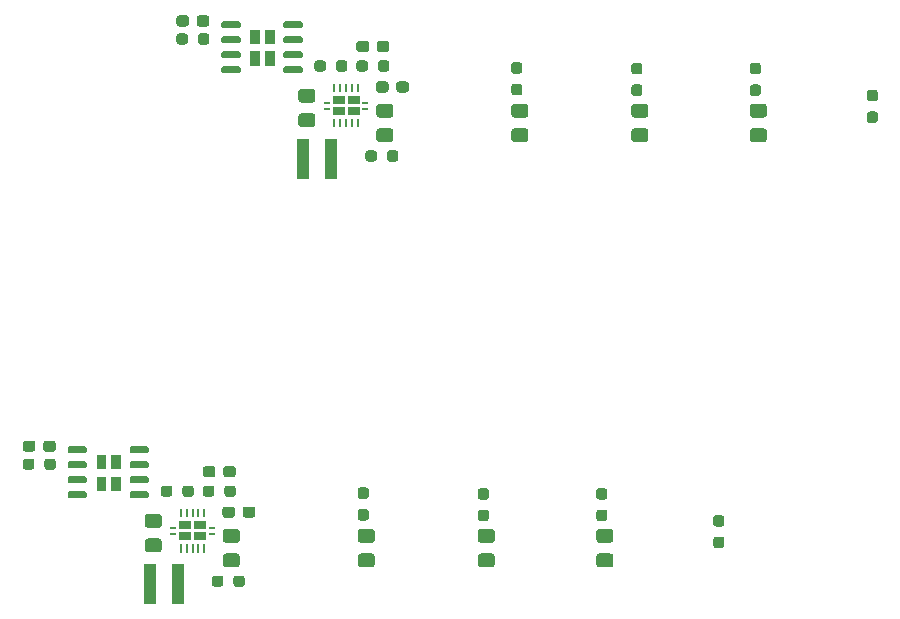
<source format=gbr>
%TF.GenerationSoftware,KiCad,Pcbnew,(5.1.7)-1*%
%TF.CreationDate,2020-12-15T13:18:25+01:00*%
%TF.ProjectId,panel_my_little_poly_v01,70616e65-6c5f-46d7-995f-6c6974746c65,rev?*%
%TF.SameCoordinates,Original*%
%TF.FileFunction,Paste,Top*%
%TF.FilePolarity,Positive*%
%FSLAX46Y46*%
G04 Gerber Fmt 4.6, Leading zero omitted, Abs format (unit mm)*
G04 Created by KiCad (PCBNEW (5.1.7)-1) date 2020-12-15 13:18:25*
%MOMM*%
%LPD*%
G01*
G04 APERTURE LIST*
%ADD10C,0.100000*%
%ADD11R,0.980000X3.400000*%
%ADD12O,0.230000X0.800000*%
%ADD13R,0.230000X0.230000*%
%ADD14R,1.050000X0.680000*%
%ADD15R,0.500000X0.260000*%
G04 APERTURE END LIST*
D10*
%TO.C,U102*%
G36*
X61462000Y-28978500D02*
G01*
X62212000Y-28978500D01*
X62212000Y-30128500D01*
X61462000Y-30128500D01*
X61462000Y-28978500D01*
G37*
X61462000Y-28978500D02*
X62212000Y-28978500D01*
X62212000Y-30128500D01*
X61462000Y-30128500D01*
X61462000Y-28978500D01*
G36*
X61462000Y-27128500D02*
G01*
X62212000Y-27128500D01*
X62212000Y-28278500D01*
X61462000Y-28278500D01*
X61462000Y-27128500D01*
G37*
X61462000Y-27128500D02*
X62212000Y-27128500D01*
X62212000Y-28278500D01*
X61462000Y-28278500D01*
X61462000Y-27128500D01*
G36*
X60212000Y-27128500D02*
G01*
X60962000Y-27128500D01*
X60962000Y-28278500D01*
X60212000Y-28278500D01*
X60212000Y-27128500D01*
G37*
X60212000Y-27128500D02*
X60962000Y-27128500D01*
X60962000Y-28278500D01*
X60212000Y-28278500D01*
X60212000Y-27128500D01*
G36*
X60212000Y-28978500D02*
G01*
X60962000Y-28978500D01*
X60962000Y-30128500D01*
X60212000Y-30128500D01*
X60212000Y-28978500D01*
G37*
X60212000Y-28978500D02*
X60962000Y-28978500D01*
X60962000Y-30128500D01*
X60212000Y-30128500D01*
X60212000Y-28978500D01*
G36*
X48462000Y-64978500D02*
G01*
X49212000Y-64978500D01*
X49212000Y-66128500D01*
X48462000Y-66128500D01*
X48462000Y-64978500D01*
G37*
X48462000Y-64978500D02*
X49212000Y-64978500D01*
X49212000Y-66128500D01*
X48462000Y-66128500D01*
X48462000Y-64978500D01*
G36*
X48462000Y-63128500D02*
G01*
X49212000Y-63128500D01*
X49212000Y-64278500D01*
X48462000Y-64278500D01*
X48462000Y-63128500D01*
G37*
X48462000Y-63128500D02*
X49212000Y-63128500D01*
X49212000Y-64278500D01*
X48462000Y-64278500D01*
X48462000Y-63128500D01*
G36*
X47212000Y-63128500D02*
G01*
X47962000Y-63128500D01*
X47962000Y-64278500D01*
X47212000Y-64278500D01*
X47212000Y-63128500D01*
G37*
X47212000Y-63128500D02*
X47962000Y-63128500D01*
X47962000Y-64278500D01*
X47212000Y-64278500D01*
X47212000Y-63128500D01*
G36*
X47212000Y-64978500D02*
G01*
X47962000Y-64978500D01*
X47962000Y-66128500D01*
X47212000Y-66128500D01*
X47212000Y-64978500D01*
G37*
X47212000Y-64978500D02*
X47962000Y-64978500D01*
X47962000Y-66128500D01*
X47212000Y-66128500D01*
X47212000Y-64978500D01*
%TD*%
%TO.C,R108*%
G36*
G01*
X113138500Y-35045000D02*
X112663500Y-35045000D01*
G75*
G02*
X112426000Y-34807500I0J237500D01*
G01*
X112426000Y-34307500D01*
G75*
G02*
X112663500Y-34070000I237500J0D01*
G01*
X113138500Y-34070000D01*
G75*
G02*
X113376000Y-34307500I0J-237500D01*
G01*
X113376000Y-34807500D01*
G75*
G02*
X113138500Y-35045000I-237500J0D01*
G01*
G37*
G36*
G01*
X113138500Y-33220000D02*
X112663500Y-33220000D01*
G75*
G02*
X112426000Y-32982500I0J237500D01*
G01*
X112426000Y-32482500D01*
G75*
G02*
X112663500Y-32245000I237500J0D01*
G01*
X113138500Y-32245000D01*
G75*
G02*
X113376000Y-32482500I0J-237500D01*
G01*
X113376000Y-32982500D01*
G75*
G02*
X113138500Y-33220000I-237500J0D01*
G01*
G37*
%TD*%
%TO.C,R107*%
G36*
G01*
X103232500Y-32759000D02*
X102757500Y-32759000D01*
G75*
G02*
X102520000Y-32521500I0J237500D01*
G01*
X102520000Y-32021500D01*
G75*
G02*
X102757500Y-31784000I237500J0D01*
G01*
X103232500Y-31784000D01*
G75*
G02*
X103470000Y-32021500I0J-237500D01*
G01*
X103470000Y-32521500D01*
G75*
G02*
X103232500Y-32759000I-237500J0D01*
G01*
G37*
G36*
G01*
X103232500Y-30934000D02*
X102757500Y-30934000D01*
G75*
G02*
X102520000Y-30696500I0J237500D01*
G01*
X102520000Y-30196500D01*
G75*
G02*
X102757500Y-29959000I237500J0D01*
G01*
X103232500Y-29959000D01*
G75*
G02*
X103470000Y-30196500I0J-237500D01*
G01*
X103470000Y-30696500D01*
G75*
G02*
X103232500Y-30934000I-237500J0D01*
G01*
G37*
%TD*%
%TO.C,R106*%
G36*
G01*
X93199500Y-32759000D02*
X92724500Y-32759000D01*
G75*
G02*
X92487000Y-32521500I0J237500D01*
G01*
X92487000Y-32021500D01*
G75*
G02*
X92724500Y-31784000I237500J0D01*
G01*
X93199500Y-31784000D01*
G75*
G02*
X93437000Y-32021500I0J-237500D01*
G01*
X93437000Y-32521500D01*
G75*
G02*
X93199500Y-32759000I-237500J0D01*
G01*
G37*
G36*
G01*
X93199500Y-30934000D02*
X92724500Y-30934000D01*
G75*
G02*
X92487000Y-30696500I0J237500D01*
G01*
X92487000Y-30196500D01*
G75*
G02*
X92724500Y-29959000I237500J0D01*
G01*
X93199500Y-29959000D01*
G75*
G02*
X93437000Y-30196500I0J-237500D01*
G01*
X93437000Y-30696500D01*
G75*
G02*
X93199500Y-30934000I-237500J0D01*
G01*
G37*
%TD*%
%TO.C,R105*%
G36*
G01*
X83037500Y-32700000D02*
X82562500Y-32700000D01*
G75*
G02*
X82325000Y-32462500I0J237500D01*
G01*
X82325000Y-31962500D01*
G75*
G02*
X82562500Y-31725000I237500J0D01*
G01*
X83037500Y-31725000D01*
G75*
G02*
X83275000Y-31962500I0J-237500D01*
G01*
X83275000Y-32462500D01*
G75*
G02*
X83037500Y-32700000I-237500J0D01*
G01*
G37*
G36*
G01*
X83037500Y-30875000D02*
X82562500Y-30875000D01*
G75*
G02*
X82325000Y-30637500I0J237500D01*
G01*
X82325000Y-30137500D01*
G75*
G02*
X82562500Y-29900000I237500J0D01*
G01*
X83037500Y-29900000D01*
G75*
G02*
X83275000Y-30137500I0J-237500D01*
G01*
X83275000Y-30637500D01*
G75*
G02*
X83037500Y-30875000I-237500J0D01*
G01*
G37*
%TD*%
%TO.C,U102*%
G36*
G01*
X59412000Y-30383500D02*
X59412000Y-30683500D01*
G75*
G02*
X59262000Y-30833500I-150000J0D01*
G01*
X57912000Y-30833500D01*
G75*
G02*
X57762000Y-30683500I0J150000D01*
G01*
X57762000Y-30383500D01*
G75*
G02*
X57912000Y-30233500I150000J0D01*
G01*
X59262000Y-30233500D01*
G75*
G02*
X59412000Y-30383500I0J-150000D01*
G01*
G37*
G36*
G01*
X59412000Y-29113500D02*
X59412000Y-29413500D01*
G75*
G02*
X59262000Y-29563500I-150000J0D01*
G01*
X57912000Y-29563500D01*
G75*
G02*
X57762000Y-29413500I0J150000D01*
G01*
X57762000Y-29113500D01*
G75*
G02*
X57912000Y-28963500I150000J0D01*
G01*
X59262000Y-28963500D01*
G75*
G02*
X59412000Y-29113500I0J-150000D01*
G01*
G37*
G36*
G01*
X59412000Y-27843500D02*
X59412000Y-28143500D01*
G75*
G02*
X59262000Y-28293500I-150000J0D01*
G01*
X57912000Y-28293500D01*
G75*
G02*
X57762000Y-28143500I0J150000D01*
G01*
X57762000Y-27843500D01*
G75*
G02*
X57912000Y-27693500I150000J0D01*
G01*
X59262000Y-27693500D01*
G75*
G02*
X59412000Y-27843500I0J-150000D01*
G01*
G37*
G36*
G01*
X59412000Y-26573500D02*
X59412000Y-26873500D01*
G75*
G02*
X59262000Y-27023500I-150000J0D01*
G01*
X57912000Y-27023500D01*
G75*
G02*
X57762000Y-26873500I0J150000D01*
G01*
X57762000Y-26573500D01*
G75*
G02*
X57912000Y-26423500I150000J0D01*
G01*
X59262000Y-26423500D01*
G75*
G02*
X59412000Y-26573500I0J-150000D01*
G01*
G37*
G36*
G01*
X64662000Y-26573500D02*
X64662000Y-26873500D01*
G75*
G02*
X64512000Y-27023500I-150000J0D01*
G01*
X63162000Y-27023500D01*
G75*
G02*
X63012000Y-26873500I0J150000D01*
G01*
X63012000Y-26573500D01*
G75*
G02*
X63162000Y-26423500I150000J0D01*
G01*
X64512000Y-26423500D01*
G75*
G02*
X64662000Y-26573500I0J-150000D01*
G01*
G37*
G36*
G01*
X64662000Y-27843500D02*
X64662000Y-28143500D01*
G75*
G02*
X64512000Y-28293500I-150000J0D01*
G01*
X63162000Y-28293500D01*
G75*
G02*
X63012000Y-28143500I0J150000D01*
G01*
X63012000Y-27843500D01*
G75*
G02*
X63162000Y-27693500I150000J0D01*
G01*
X64512000Y-27693500D01*
G75*
G02*
X64662000Y-27843500I0J-150000D01*
G01*
G37*
G36*
G01*
X64662000Y-29113500D02*
X64662000Y-29413500D01*
G75*
G02*
X64512000Y-29563500I-150000J0D01*
G01*
X63162000Y-29563500D01*
G75*
G02*
X63012000Y-29413500I0J150000D01*
G01*
X63012000Y-29113500D01*
G75*
G02*
X63162000Y-28963500I150000J0D01*
G01*
X64512000Y-28963500D01*
G75*
G02*
X64662000Y-29113500I0J-150000D01*
G01*
G37*
G36*
G01*
X64662000Y-30383500D02*
X64662000Y-30683500D01*
G75*
G02*
X64512000Y-30833500I-150000J0D01*
G01*
X63162000Y-30833500D01*
G75*
G02*
X63012000Y-30683500I0J150000D01*
G01*
X63012000Y-30383500D01*
G75*
G02*
X63162000Y-30233500I150000J0D01*
G01*
X64512000Y-30233500D01*
G75*
G02*
X64662000Y-30383500I0J-150000D01*
G01*
G37*
%TD*%
%TO.C,R104*%
G36*
G01*
X54945000Y-27692500D02*
X54945000Y-28167500D01*
G75*
G02*
X54707500Y-28405000I-237500J0D01*
G01*
X54207500Y-28405000D01*
G75*
G02*
X53970000Y-28167500I0J237500D01*
G01*
X53970000Y-27692500D01*
G75*
G02*
X54207500Y-27455000I237500J0D01*
G01*
X54707500Y-27455000D01*
G75*
G02*
X54945000Y-27692500I0J-237500D01*
G01*
G37*
G36*
G01*
X56770000Y-27692500D02*
X56770000Y-28167500D01*
G75*
G02*
X56532500Y-28405000I-237500J0D01*
G01*
X56032500Y-28405000D01*
G75*
G02*
X55795000Y-28167500I0J237500D01*
G01*
X55795000Y-27692500D01*
G75*
G02*
X56032500Y-27455000I237500J0D01*
G01*
X56532500Y-27455000D01*
G75*
G02*
X56770000Y-27692500I0J-237500D01*
G01*
G37*
%TD*%
%TO.C,C108*%
G36*
G01*
X55695000Y-26643500D02*
X55695000Y-26168500D01*
G75*
G02*
X55932500Y-25931000I237500J0D01*
G01*
X56532500Y-25931000D01*
G75*
G02*
X56770000Y-26168500I0J-237500D01*
G01*
X56770000Y-26643500D01*
G75*
G02*
X56532500Y-26881000I-237500J0D01*
G01*
X55932500Y-26881000D01*
G75*
G02*
X55695000Y-26643500I0J237500D01*
G01*
G37*
G36*
G01*
X53970000Y-26643500D02*
X53970000Y-26168500D01*
G75*
G02*
X54207500Y-25931000I237500J0D01*
G01*
X54807500Y-25931000D01*
G75*
G02*
X55045000Y-26168500I0J-237500D01*
G01*
X55045000Y-26643500D01*
G75*
G02*
X54807500Y-26881000I-237500J0D01*
G01*
X54207500Y-26881000D01*
G75*
G02*
X53970000Y-26643500I0J237500D01*
G01*
G37*
%TD*%
%TO.C,C107*%
G36*
G01*
X103724000Y-36667000D02*
X102774000Y-36667000D01*
G75*
G02*
X102524000Y-36417000I0J250000D01*
G01*
X102524000Y-35742000D01*
G75*
G02*
X102774000Y-35492000I250000J0D01*
G01*
X103724000Y-35492000D01*
G75*
G02*
X103974000Y-35742000I0J-250000D01*
G01*
X103974000Y-36417000D01*
G75*
G02*
X103724000Y-36667000I-250000J0D01*
G01*
G37*
G36*
G01*
X103724000Y-34592000D02*
X102774000Y-34592000D01*
G75*
G02*
X102524000Y-34342000I0J250000D01*
G01*
X102524000Y-33667000D01*
G75*
G02*
X102774000Y-33417000I250000J0D01*
G01*
X103724000Y-33417000D01*
G75*
G02*
X103974000Y-33667000I0J-250000D01*
G01*
X103974000Y-34342000D01*
G75*
G02*
X103724000Y-34592000I-250000J0D01*
G01*
G37*
%TD*%
%TO.C,C106*%
G36*
G01*
X72010000Y-28327500D02*
X72010000Y-28802500D01*
G75*
G02*
X71772500Y-29040000I-237500J0D01*
G01*
X71172500Y-29040000D01*
G75*
G02*
X70935000Y-28802500I0J237500D01*
G01*
X70935000Y-28327500D01*
G75*
G02*
X71172500Y-28090000I237500J0D01*
G01*
X71772500Y-28090000D01*
G75*
G02*
X72010000Y-28327500I0J-237500D01*
G01*
G37*
G36*
G01*
X70285000Y-28327500D02*
X70285000Y-28802500D01*
G75*
G02*
X70047500Y-29040000I-237500J0D01*
G01*
X69447500Y-29040000D01*
G75*
G02*
X69210000Y-28802500I0J237500D01*
G01*
X69210000Y-28327500D01*
G75*
G02*
X69447500Y-28090000I237500J0D01*
G01*
X70047500Y-28090000D01*
G75*
G02*
X70285000Y-28327500I0J-237500D01*
G01*
G37*
%TD*%
D11*
%TO.C,L101*%
X64726000Y-38090000D03*
X67096000Y-38090000D03*
%TD*%
D12*
%TO.C,U101*%
X67340000Y-35042000D03*
X67840000Y-35042000D03*
D13*
X68340000Y-35327000D03*
D12*
X68840000Y-35042000D03*
D13*
X69340000Y-35327000D03*
D12*
X69340000Y-32092000D03*
X68840000Y-32092000D03*
D13*
X68340000Y-31807000D03*
X67840000Y-31807000D03*
X67340000Y-31807000D03*
D14*
X67705000Y-34017000D03*
D15*
X66710000Y-33817000D03*
X66710000Y-33317000D03*
X69970000Y-33817000D03*
X69970000Y-33317000D03*
D14*
X67705000Y-33117000D03*
X68975000Y-34017000D03*
X68975000Y-33117000D03*
D13*
X67340000Y-35327000D03*
X67840000Y-35327000D03*
D12*
X68340000Y-35042000D03*
D13*
X68840000Y-35327000D03*
D12*
X69340000Y-35042000D03*
D13*
X69340000Y-31807000D03*
X68840000Y-31807000D03*
D12*
X68340000Y-32092000D03*
X67840000Y-32092000D03*
X67340000Y-32092000D03*
%TD*%
%TO.C,R103*%
G36*
G01*
X72772000Y-37598500D02*
X72772000Y-38073500D01*
G75*
G02*
X72534500Y-38311000I-237500J0D01*
G01*
X72034500Y-38311000D01*
G75*
G02*
X71797000Y-38073500I0J237500D01*
G01*
X71797000Y-37598500D01*
G75*
G02*
X72034500Y-37361000I237500J0D01*
G01*
X72534500Y-37361000D01*
G75*
G02*
X72772000Y-37598500I0J-237500D01*
G01*
G37*
G36*
G01*
X70947000Y-37598500D02*
X70947000Y-38073500D01*
G75*
G02*
X70709500Y-38311000I-237500J0D01*
G01*
X70209500Y-38311000D01*
G75*
G02*
X69972000Y-38073500I0J237500D01*
G01*
X69972000Y-37598500D01*
G75*
G02*
X70209500Y-37361000I237500J0D01*
G01*
X70709500Y-37361000D01*
G75*
G02*
X70947000Y-37598500I0J-237500D01*
G01*
G37*
%TD*%
%TO.C,R102*%
G36*
G01*
X68454000Y-29978500D02*
X68454000Y-30453500D01*
G75*
G02*
X68216500Y-30691000I-237500J0D01*
G01*
X67716500Y-30691000D01*
G75*
G02*
X67479000Y-30453500I0J237500D01*
G01*
X67479000Y-29978500D01*
G75*
G02*
X67716500Y-29741000I237500J0D01*
G01*
X68216500Y-29741000D01*
G75*
G02*
X68454000Y-29978500I0J-237500D01*
G01*
G37*
G36*
G01*
X66629000Y-29978500D02*
X66629000Y-30453500D01*
G75*
G02*
X66391500Y-30691000I-237500J0D01*
G01*
X65891500Y-30691000D01*
G75*
G02*
X65654000Y-30453500I0J237500D01*
G01*
X65654000Y-29978500D01*
G75*
G02*
X65891500Y-29741000I237500J0D01*
G01*
X66391500Y-29741000D01*
G75*
G02*
X66629000Y-29978500I0J-237500D01*
G01*
G37*
%TD*%
%TO.C,R101*%
G36*
G01*
X72010000Y-29978500D02*
X72010000Y-30453500D01*
G75*
G02*
X71772500Y-30691000I-237500J0D01*
G01*
X71272500Y-30691000D01*
G75*
G02*
X71035000Y-30453500I0J237500D01*
G01*
X71035000Y-29978500D01*
G75*
G02*
X71272500Y-29741000I237500J0D01*
G01*
X71772500Y-29741000D01*
G75*
G02*
X72010000Y-29978500I0J-237500D01*
G01*
G37*
G36*
G01*
X70185000Y-29978500D02*
X70185000Y-30453500D01*
G75*
G02*
X69947500Y-30691000I-237500J0D01*
G01*
X69447500Y-30691000D01*
G75*
G02*
X69210000Y-30453500I0J237500D01*
G01*
X69210000Y-29978500D01*
G75*
G02*
X69447500Y-29741000I237500J0D01*
G01*
X69947500Y-29741000D01*
G75*
G02*
X70185000Y-29978500I0J-237500D01*
G01*
G37*
%TD*%
%TO.C,C105*%
G36*
G01*
X70861000Y-32231500D02*
X70861000Y-31756500D01*
G75*
G02*
X71098500Y-31519000I237500J0D01*
G01*
X71698500Y-31519000D01*
G75*
G02*
X71936000Y-31756500I0J-237500D01*
G01*
X71936000Y-32231500D01*
G75*
G02*
X71698500Y-32469000I-237500J0D01*
G01*
X71098500Y-32469000D01*
G75*
G02*
X70861000Y-32231500I0J237500D01*
G01*
G37*
G36*
G01*
X72586000Y-32231500D02*
X72586000Y-31756500D01*
G75*
G02*
X72823500Y-31519000I237500J0D01*
G01*
X73423500Y-31519000D01*
G75*
G02*
X73661000Y-31756500I0J-237500D01*
G01*
X73661000Y-32231500D01*
G75*
G02*
X73423500Y-32469000I-237500J0D01*
G01*
X72823500Y-32469000D01*
G75*
G02*
X72586000Y-32231500I0J237500D01*
G01*
G37*
%TD*%
%TO.C,C104*%
G36*
G01*
X93691000Y-36667000D02*
X92741000Y-36667000D01*
G75*
G02*
X92491000Y-36417000I0J250000D01*
G01*
X92491000Y-35742000D01*
G75*
G02*
X92741000Y-35492000I250000J0D01*
G01*
X93691000Y-35492000D01*
G75*
G02*
X93941000Y-35742000I0J-250000D01*
G01*
X93941000Y-36417000D01*
G75*
G02*
X93691000Y-36667000I-250000J0D01*
G01*
G37*
G36*
G01*
X93691000Y-34592000D02*
X92741000Y-34592000D01*
G75*
G02*
X92491000Y-34342000I0J250000D01*
G01*
X92491000Y-33667000D01*
G75*
G02*
X92741000Y-33417000I250000J0D01*
G01*
X93691000Y-33417000D01*
G75*
G02*
X93941000Y-33667000I0J-250000D01*
G01*
X93941000Y-34342000D01*
G75*
G02*
X93691000Y-34592000I-250000J0D01*
G01*
G37*
%TD*%
%TO.C,C103*%
G36*
G01*
X83531000Y-36667000D02*
X82581000Y-36667000D01*
G75*
G02*
X82331000Y-36417000I0J250000D01*
G01*
X82331000Y-35742000D01*
G75*
G02*
X82581000Y-35492000I250000J0D01*
G01*
X83531000Y-35492000D01*
G75*
G02*
X83781000Y-35742000I0J-250000D01*
G01*
X83781000Y-36417000D01*
G75*
G02*
X83531000Y-36667000I-250000J0D01*
G01*
G37*
G36*
G01*
X83531000Y-34592000D02*
X82581000Y-34592000D01*
G75*
G02*
X82331000Y-34342000I0J250000D01*
G01*
X82331000Y-33667000D01*
G75*
G02*
X82581000Y-33417000I250000J0D01*
G01*
X83531000Y-33417000D01*
G75*
G02*
X83781000Y-33667000I0J-250000D01*
G01*
X83781000Y-34342000D01*
G75*
G02*
X83531000Y-34592000I-250000J0D01*
G01*
G37*
%TD*%
%TO.C,C102*%
G36*
G01*
X72101000Y-36667000D02*
X71151000Y-36667000D01*
G75*
G02*
X70901000Y-36417000I0J250000D01*
G01*
X70901000Y-35742000D01*
G75*
G02*
X71151000Y-35492000I250000J0D01*
G01*
X72101000Y-35492000D01*
G75*
G02*
X72351000Y-35742000I0J-250000D01*
G01*
X72351000Y-36417000D01*
G75*
G02*
X72101000Y-36667000I-250000J0D01*
G01*
G37*
G36*
G01*
X72101000Y-34592000D02*
X71151000Y-34592000D01*
G75*
G02*
X70901000Y-34342000I0J250000D01*
G01*
X70901000Y-33667000D01*
G75*
G02*
X71151000Y-33417000I250000J0D01*
G01*
X72101000Y-33417000D01*
G75*
G02*
X72351000Y-33667000I0J-250000D01*
G01*
X72351000Y-34342000D01*
G75*
G02*
X72101000Y-34592000I-250000J0D01*
G01*
G37*
%TD*%
%TO.C,C101*%
G36*
G01*
X64547000Y-32147000D02*
X65497000Y-32147000D01*
G75*
G02*
X65747000Y-32397000I0J-250000D01*
G01*
X65747000Y-33072000D01*
G75*
G02*
X65497000Y-33322000I-250000J0D01*
G01*
X64547000Y-33322000D01*
G75*
G02*
X64297000Y-33072000I0J250000D01*
G01*
X64297000Y-32397000D01*
G75*
G02*
X64547000Y-32147000I250000J0D01*
G01*
G37*
G36*
G01*
X64547000Y-34222000D02*
X65497000Y-34222000D01*
G75*
G02*
X65747000Y-34472000I0J-250000D01*
G01*
X65747000Y-35147000D01*
G75*
G02*
X65497000Y-35397000I-250000J0D01*
G01*
X64547000Y-35397000D01*
G75*
G02*
X64297000Y-35147000I0J250000D01*
G01*
X64297000Y-34472000D01*
G75*
G02*
X64547000Y-34222000I250000J0D01*
G01*
G37*
%TD*%
%TO.C,R108*%
G36*
G01*
X100138500Y-71045000D02*
X99663500Y-71045000D01*
G75*
G02*
X99426000Y-70807500I0J237500D01*
G01*
X99426000Y-70307500D01*
G75*
G02*
X99663500Y-70070000I237500J0D01*
G01*
X100138500Y-70070000D01*
G75*
G02*
X100376000Y-70307500I0J-237500D01*
G01*
X100376000Y-70807500D01*
G75*
G02*
X100138500Y-71045000I-237500J0D01*
G01*
G37*
G36*
G01*
X100138500Y-69220000D02*
X99663500Y-69220000D01*
G75*
G02*
X99426000Y-68982500I0J237500D01*
G01*
X99426000Y-68482500D01*
G75*
G02*
X99663500Y-68245000I237500J0D01*
G01*
X100138500Y-68245000D01*
G75*
G02*
X100376000Y-68482500I0J-237500D01*
G01*
X100376000Y-68982500D01*
G75*
G02*
X100138500Y-69220000I-237500J0D01*
G01*
G37*
%TD*%
%TO.C,R107*%
G36*
G01*
X90232500Y-68759000D02*
X89757500Y-68759000D01*
G75*
G02*
X89520000Y-68521500I0J237500D01*
G01*
X89520000Y-68021500D01*
G75*
G02*
X89757500Y-67784000I237500J0D01*
G01*
X90232500Y-67784000D01*
G75*
G02*
X90470000Y-68021500I0J-237500D01*
G01*
X90470000Y-68521500D01*
G75*
G02*
X90232500Y-68759000I-237500J0D01*
G01*
G37*
G36*
G01*
X90232500Y-66934000D02*
X89757500Y-66934000D01*
G75*
G02*
X89520000Y-66696500I0J237500D01*
G01*
X89520000Y-66196500D01*
G75*
G02*
X89757500Y-65959000I237500J0D01*
G01*
X90232500Y-65959000D01*
G75*
G02*
X90470000Y-66196500I0J-237500D01*
G01*
X90470000Y-66696500D01*
G75*
G02*
X90232500Y-66934000I-237500J0D01*
G01*
G37*
%TD*%
%TO.C,R106*%
G36*
G01*
X80199500Y-68759000D02*
X79724500Y-68759000D01*
G75*
G02*
X79487000Y-68521500I0J237500D01*
G01*
X79487000Y-68021500D01*
G75*
G02*
X79724500Y-67784000I237500J0D01*
G01*
X80199500Y-67784000D01*
G75*
G02*
X80437000Y-68021500I0J-237500D01*
G01*
X80437000Y-68521500D01*
G75*
G02*
X80199500Y-68759000I-237500J0D01*
G01*
G37*
G36*
G01*
X80199500Y-66934000D02*
X79724500Y-66934000D01*
G75*
G02*
X79487000Y-66696500I0J237500D01*
G01*
X79487000Y-66196500D01*
G75*
G02*
X79724500Y-65959000I237500J0D01*
G01*
X80199500Y-65959000D01*
G75*
G02*
X80437000Y-66196500I0J-237500D01*
G01*
X80437000Y-66696500D01*
G75*
G02*
X80199500Y-66934000I-237500J0D01*
G01*
G37*
%TD*%
%TO.C,R105*%
G36*
G01*
X70037500Y-68700000D02*
X69562500Y-68700000D01*
G75*
G02*
X69325000Y-68462500I0J237500D01*
G01*
X69325000Y-67962500D01*
G75*
G02*
X69562500Y-67725000I237500J0D01*
G01*
X70037500Y-67725000D01*
G75*
G02*
X70275000Y-67962500I0J-237500D01*
G01*
X70275000Y-68462500D01*
G75*
G02*
X70037500Y-68700000I-237500J0D01*
G01*
G37*
G36*
G01*
X70037500Y-66875000D02*
X69562500Y-66875000D01*
G75*
G02*
X69325000Y-66637500I0J237500D01*
G01*
X69325000Y-66137500D01*
G75*
G02*
X69562500Y-65900000I237500J0D01*
G01*
X70037500Y-65900000D01*
G75*
G02*
X70275000Y-66137500I0J-237500D01*
G01*
X70275000Y-66637500D01*
G75*
G02*
X70037500Y-66875000I-237500J0D01*
G01*
G37*
%TD*%
%TO.C,U102*%
G36*
G01*
X46412000Y-66383500D02*
X46412000Y-66683500D01*
G75*
G02*
X46262000Y-66833500I-150000J0D01*
G01*
X44912000Y-66833500D01*
G75*
G02*
X44762000Y-66683500I0J150000D01*
G01*
X44762000Y-66383500D01*
G75*
G02*
X44912000Y-66233500I150000J0D01*
G01*
X46262000Y-66233500D01*
G75*
G02*
X46412000Y-66383500I0J-150000D01*
G01*
G37*
G36*
G01*
X46412000Y-65113500D02*
X46412000Y-65413500D01*
G75*
G02*
X46262000Y-65563500I-150000J0D01*
G01*
X44912000Y-65563500D01*
G75*
G02*
X44762000Y-65413500I0J150000D01*
G01*
X44762000Y-65113500D01*
G75*
G02*
X44912000Y-64963500I150000J0D01*
G01*
X46262000Y-64963500D01*
G75*
G02*
X46412000Y-65113500I0J-150000D01*
G01*
G37*
G36*
G01*
X46412000Y-63843500D02*
X46412000Y-64143500D01*
G75*
G02*
X46262000Y-64293500I-150000J0D01*
G01*
X44912000Y-64293500D01*
G75*
G02*
X44762000Y-64143500I0J150000D01*
G01*
X44762000Y-63843500D01*
G75*
G02*
X44912000Y-63693500I150000J0D01*
G01*
X46262000Y-63693500D01*
G75*
G02*
X46412000Y-63843500I0J-150000D01*
G01*
G37*
G36*
G01*
X46412000Y-62573500D02*
X46412000Y-62873500D01*
G75*
G02*
X46262000Y-63023500I-150000J0D01*
G01*
X44912000Y-63023500D01*
G75*
G02*
X44762000Y-62873500I0J150000D01*
G01*
X44762000Y-62573500D01*
G75*
G02*
X44912000Y-62423500I150000J0D01*
G01*
X46262000Y-62423500D01*
G75*
G02*
X46412000Y-62573500I0J-150000D01*
G01*
G37*
G36*
G01*
X51662000Y-62573500D02*
X51662000Y-62873500D01*
G75*
G02*
X51512000Y-63023500I-150000J0D01*
G01*
X50162000Y-63023500D01*
G75*
G02*
X50012000Y-62873500I0J150000D01*
G01*
X50012000Y-62573500D01*
G75*
G02*
X50162000Y-62423500I150000J0D01*
G01*
X51512000Y-62423500D01*
G75*
G02*
X51662000Y-62573500I0J-150000D01*
G01*
G37*
G36*
G01*
X51662000Y-63843500D02*
X51662000Y-64143500D01*
G75*
G02*
X51512000Y-64293500I-150000J0D01*
G01*
X50162000Y-64293500D01*
G75*
G02*
X50012000Y-64143500I0J150000D01*
G01*
X50012000Y-63843500D01*
G75*
G02*
X50162000Y-63693500I150000J0D01*
G01*
X51512000Y-63693500D01*
G75*
G02*
X51662000Y-63843500I0J-150000D01*
G01*
G37*
G36*
G01*
X51662000Y-65113500D02*
X51662000Y-65413500D01*
G75*
G02*
X51512000Y-65563500I-150000J0D01*
G01*
X50162000Y-65563500D01*
G75*
G02*
X50012000Y-65413500I0J150000D01*
G01*
X50012000Y-65113500D01*
G75*
G02*
X50162000Y-64963500I150000J0D01*
G01*
X51512000Y-64963500D01*
G75*
G02*
X51662000Y-65113500I0J-150000D01*
G01*
G37*
G36*
G01*
X51662000Y-66383500D02*
X51662000Y-66683500D01*
G75*
G02*
X51512000Y-66833500I-150000J0D01*
G01*
X50162000Y-66833500D01*
G75*
G02*
X50012000Y-66683500I0J150000D01*
G01*
X50012000Y-66383500D01*
G75*
G02*
X50162000Y-66233500I150000J0D01*
G01*
X51512000Y-66233500D01*
G75*
G02*
X51662000Y-66383500I0J-150000D01*
G01*
G37*
%TD*%
%TO.C,R104*%
G36*
G01*
X41945000Y-63692500D02*
X41945000Y-64167500D01*
G75*
G02*
X41707500Y-64405000I-237500J0D01*
G01*
X41207500Y-64405000D01*
G75*
G02*
X40970000Y-64167500I0J237500D01*
G01*
X40970000Y-63692500D01*
G75*
G02*
X41207500Y-63455000I237500J0D01*
G01*
X41707500Y-63455000D01*
G75*
G02*
X41945000Y-63692500I0J-237500D01*
G01*
G37*
G36*
G01*
X43770000Y-63692500D02*
X43770000Y-64167500D01*
G75*
G02*
X43532500Y-64405000I-237500J0D01*
G01*
X43032500Y-64405000D01*
G75*
G02*
X42795000Y-64167500I0J237500D01*
G01*
X42795000Y-63692500D01*
G75*
G02*
X43032500Y-63455000I237500J0D01*
G01*
X43532500Y-63455000D01*
G75*
G02*
X43770000Y-63692500I0J-237500D01*
G01*
G37*
%TD*%
%TO.C,C108*%
G36*
G01*
X42695000Y-62643500D02*
X42695000Y-62168500D01*
G75*
G02*
X42932500Y-61931000I237500J0D01*
G01*
X43532500Y-61931000D01*
G75*
G02*
X43770000Y-62168500I0J-237500D01*
G01*
X43770000Y-62643500D01*
G75*
G02*
X43532500Y-62881000I-237500J0D01*
G01*
X42932500Y-62881000D01*
G75*
G02*
X42695000Y-62643500I0J237500D01*
G01*
G37*
G36*
G01*
X40970000Y-62643500D02*
X40970000Y-62168500D01*
G75*
G02*
X41207500Y-61931000I237500J0D01*
G01*
X41807500Y-61931000D01*
G75*
G02*
X42045000Y-62168500I0J-237500D01*
G01*
X42045000Y-62643500D01*
G75*
G02*
X41807500Y-62881000I-237500J0D01*
G01*
X41207500Y-62881000D01*
G75*
G02*
X40970000Y-62643500I0J237500D01*
G01*
G37*
%TD*%
%TO.C,C107*%
G36*
G01*
X90724000Y-72667000D02*
X89774000Y-72667000D01*
G75*
G02*
X89524000Y-72417000I0J250000D01*
G01*
X89524000Y-71742000D01*
G75*
G02*
X89774000Y-71492000I250000J0D01*
G01*
X90724000Y-71492000D01*
G75*
G02*
X90974000Y-71742000I0J-250000D01*
G01*
X90974000Y-72417000D01*
G75*
G02*
X90724000Y-72667000I-250000J0D01*
G01*
G37*
G36*
G01*
X90724000Y-70592000D02*
X89774000Y-70592000D01*
G75*
G02*
X89524000Y-70342000I0J250000D01*
G01*
X89524000Y-69667000D01*
G75*
G02*
X89774000Y-69417000I250000J0D01*
G01*
X90724000Y-69417000D01*
G75*
G02*
X90974000Y-69667000I0J-250000D01*
G01*
X90974000Y-70342000D01*
G75*
G02*
X90724000Y-70592000I-250000J0D01*
G01*
G37*
%TD*%
%TO.C,C106*%
G36*
G01*
X59010000Y-64327500D02*
X59010000Y-64802500D01*
G75*
G02*
X58772500Y-65040000I-237500J0D01*
G01*
X58172500Y-65040000D01*
G75*
G02*
X57935000Y-64802500I0J237500D01*
G01*
X57935000Y-64327500D01*
G75*
G02*
X58172500Y-64090000I237500J0D01*
G01*
X58772500Y-64090000D01*
G75*
G02*
X59010000Y-64327500I0J-237500D01*
G01*
G37*
G36*
G01*
X57285000Y-64327500D02*
X57285000Y-64802500D01*
G75*
G02*
X57047500Y-65040000I-237500J0D01*
G01*
X56447500Y-65040000D01*
G75*
G02*
X56210000Y-64802500I0J237500D01*
G01*
X56210000Y-64327500D01*
G75*
G02*
X56447500Y-64090000I237500J0D01*
G01*
X57047500Y-64090000D01*
G75*
G02*
X57285000Y-64327500I0J-237500D01*
G01*
G37*
%TD*%
D11*
%TO.C,L101*%
X51726000Y-74090000D03*
X54096000Y-74090000D03*
%TD*%
D12*
%TO.C,U101*%
X54340000Y-71042000D03*
X54840000Y-71042000D03*
D13*
X55340000Y-71327000D03*
D12*
X55840000Y-71042000D03*
D13*
X56340000Y-71327000D03*
D12*
X56340000Y-68092000D03*
X55840000Y-68092000D03*
D13*
X55340000Y-67807000D03*
X54840000Y-67807000D03*
X54340000Y-67807000D03*
D14*
X54705000Y-70017000D03*
D15*
X53710000Y-69817000D03*
X53710000Y-69317000D03*
X56970000Y-69817000D03*
X56970000Y-69317000D03*
D14*
X54705000Y-69117000D03*
X55975000Y-70017000D03*
X55975000Y-69117000D03*
D13*
X54340000Y-71327000D03*
X54840000Y-71327000D03*
D12*
X55340000Y-71042000D03*
D13*
X55840000Y-71327000D03*
D12*
X56340000Y-71042000D03*
D13*
X56340000Y-67807000D03*
X55840000Y-67807000D03*
D12*
X55340000Y-68092000D03*
X54840000Y-68092000D03*
X54340000Y-68092000D03*
%TD*%
%TO.C,R103*%
G36*
G01*
X59772000Y-73598500D02*
X59772000Y-74073500D01*
G75*
G02*
X59534500Y-74311000I-237500J0D01*
G01*
X59034500Y-74311000D01*
G75*
G02*
X58797000Y-74073500I0J237500D01*
G01*
X58797000Y-73598500D01*
G75*
G02*
X59034500Y-73361000I237500J0D01*
G01*
X59534500Y-73361000D01*
G75*
G02*
X59772000Y-73598500I0J-237500D01*
G01*
G37*
G36*
G01*
X57947000Y-73598500D02*
X57947000Y-74073500D01*
G75*
G02*
X57709500Y-74311000I-237500J0D01*
G01*
X57209500Y-74311000D01*
G75*
G02*
X56972000Y-74073500I0J237500D01*
G01*
X56972000Y-73598500D01*
G75*
G02*
X57209500Y-73361000I237500J0D01*
G01*
X57709500Y-73361000D01*
G75*
G02*
X57947000Y-73598500I0J-237500D01*
G01*
G37*
%TD*%
%TO.C,R102*%
G36*
G01*
X55454000Y-65978500D02*
X55454000Y-66453500D01*
G75*
G02*
X55216500Y-66691000I-237500J0D01*
G01*
X54716500Y-66691000D01*
G75*
G02*
X54479000Y-66453500I0J237500D01*
G01*
X54479000Y-65978500D01*
G75*
G02*
X54716500Y-65741000I237500J0D01*
G01*
X55216500Y-65741000D01*
G75*
G02*
X55454000Y-65978500I0J-237500D01*
G01*
G37*
G36*
G01*
X53629000Y-65978500D02*
X53629000Y-66453500D01*
G75*
G02*
X53391500Y-66691000I-237500J0D01*
G01*
X52891500Y-66691000D01*
G75*
G02*
X52654000Y-66453500I0J237500D01*
G01*
X52654000Y-65978500D01*
G75*
G02*
X52891500Y-65741000I237500J0D01*
G01*
X53391500Y-65741000D01*
G75*
G02*
X53629000Y-65978500I0J-237500D01*
G01*
G37*
%TD*%
%TO.C,R101*%
G36*
G01*
X59010000Y-65978500D02*
X59010000Y-66453500D01*
G75*
G02*
X58772500Y-66691000I-237500J0D01*
G01*
X58272500Y-66691000D01*
G75*
G02*
X58035000Y-66453500I0J237500D01*
G01*
X58035000Y-65978500D01*
G75*
G02*
X58272500Y-65741000I237500J0D01*
G01*
X58772500Y-65741000D01*
G75*
G02*
X59010000Y-65978500I0J-237500D01*
G01*
G37*
G36*
G01*
X57185000Y-65978500D02*
X57185000Y-66453500D01*
G75*
G02*
X56947500Y-66691000I-237500J0D01*
G01*
X56447500Y-66691000D01*
G75*
G02*
X56210000Y-66453500I0J237500D01*
G01*
X56210000Y-65978500D01*
G75*
G02*
X56447500Y-65741000I237500J0D01*
G01*
X56947500Y-65741000D01*
G75*
G02*
X57185000Y-65978500I0J-237500D01*
G01*
G37*
%TD*%
%TO.C,C105*%
G36*
G01*
X57861000Y-68231500D02*
X57861000Y-67756500D01*
G75*
G02*
X58098500Y-67519000I237500J0D01*
G01*
X58698500Y-67519000D01*
G75*
G02*
X58936000Y-67756500I0J-237500D01*
G01*
X58936000Y-68231500D01*
G75*
G02*
X58698500Y-68469000I-237500J0D01*
G01*
X58098500Y-68469000D01*
G75*
G02*
X57861000Y-68231500I0J237500D01*
G01*
G37*
G36*
G01*
X59586000Y-68231500D02*
X59586000Y-67756500D01*
G75*
G02*
X59823500Y-67519000I237500J0D01*
G01*
X60423500Y-67519000D01*
G75*
G02*
X60661000Y-67756500I0J-237500D01*
G01*
X60661000Y-68231500D01*
G75*
G02*
X60423500Y-68469000I-237500J0D01*
G01*
X59823500Y-68469000D01*
G75*
G02*
X59586000Y-68231500I0J237500D01*
G01*
G37*
%TD*%
%TO.C,C104*%
G36*
G01*
X80691000Y-72667000D02*
X79741000Y-72667000D01*
G75*
G02*
X79491000Y-72417000I0J250000D01*
G01*
X79491000Y-71742000D01*
G75*
G02*
X79741000Y-71492000I250000J0D01*
G01*
X80691000Y-71492000D01*
G75*
G02*
X80941000Y-71742000I0J-250000D01*
G01*
X80941000Y-72417000D01*
G75*
G02*
X80691000Y-72667000I-250000J0D01*
G01*
G37*
G36*
G01*
X80691000Y-70592000D02*
X79741000Y-70592000D01*
G75*
G02*
X79491000Y-70342000I0J250000D01*
G01*
X79491000Y-69667000D01*
G75*
G02*
X79741000Y-69417000I250000J0D01*
G01*
X80691000Y-69417000D01*
G75*
G02*
X80941000Y-69667000I0J-250000D01*
G01*
X80941000Y-70342000D01*
G75*
G02*
X80691000Y-70592000I-250000J0D01*
G01*
G37*
%TD*%
%TO.C,C103*%
G36*
G01*
X70531000Y-72667000D02*
X69581000Y-72667000D01*
G75*
G02*
X69331000Y-72417000I0J250000D01*
G01*
X69331000Y-71742000D01*
G75*
G02*
X69581000Y-71492000I250000J0D01*
G01*
X70531000Y-71492000D01*
G75*
G02*
X70781000Y-71742000I0J-250000D01*
G01*
X70781000Y-72417000D01*
G75*
G02*
X70531000Y-72667000I-250000J0D01*
G01*
G37*
G36*
G01*
X70531000Y-70592000D02*
X69581000Y-70592000D01*
G75*
G02*
X69331000Y-70342000I0J250000D01*
G01*
X69331000Y-69667000D01*
G75*
G02*
X69581000Y-69417000I250000J0D01*
G01*
X70531000Y-69417000D01*
G75*
G02*
X70781000Y-69667000I0J-250000D01*
G01*
X70781000Y-70342000D01*
G75*
G02*
X70531000Y-70592000I-250000J0D01*
G01*
G37*
%TD*%
%TO.C,C102*%
G36*
G01*
X59101000Y-72667000D02*
X58151000Y-72667000D01*
G75*
G02*
X57901000Y-72417000I0J250000D01*
G01*
X57901000Y-71742000D01*
G75*
G02*
X58151000Y-71492000I250000J0D01*
G01*
X59101000Y-71492000D01*
G75*
G02*
X59351000Y-71742000I0J-250000D01*
G01*
X59351000Y-72417000D01*
G75*
G02*
X59101000Y-72667000I-250000J0D01*
G01*
G37*
G36*
G01*
X59101000Y-70592000D02*
X58151000Y-70592000D01*
G75*
G02*
X57901000Y-70342000I0J250000D01*
G01*
X57901000Y-69667000D01*
G75*
G02*
X58151000Y-69417000I250000J0D01*
G01*
X59101000Y-69417000D01*
G75*
G02*
X59351000Y-69667000I0J-250000D01*
G01*
X59351000Y-70342000D01*
G75*
G02*
X59101000Y-70592000I-250000J0D01*
G01*
G37*
%TD*%
%TO.C,C101*%
G36*
G01*
X51547000Y-68147000D02*
X52497000Y-68147000D01*
G75*
G02*
X52747000Y-68397000I0J-250000D01*
G01*
X52747000Y-69072000D01*
G75*
G02*
X52497000Y-69322000I-250000J0D01*
G01*
X51547000Y-69322000D01*
G75*
G02*
X51297000Y-69072000I0J250000D01*
G01*
X51297000Y-68397000D01*
G75*
G02*
X51547000Y-68147000I250000J0D01*
G01*
G37*
G36*
G01*
X51547000Y-70222000D02*
X52497000Y-70222000D01*
G75*
G02*
X52747000Y-70472000I0J-250000D01*
G01*
X52747000Y-71147000D01*
G75*
G02*
X52497000Y-71397000I-250000J0D01*
G01*
X51547000Y-71397000D01*
G75*
G02*
X51297000Y-71147000I0J250000D01*
G01*
X51297000Y-70472000D01*
G75*
G02*
X51547000Y-70222000I250000J0D01*
G01*
G37*
%TD*%
M02*

</source>
